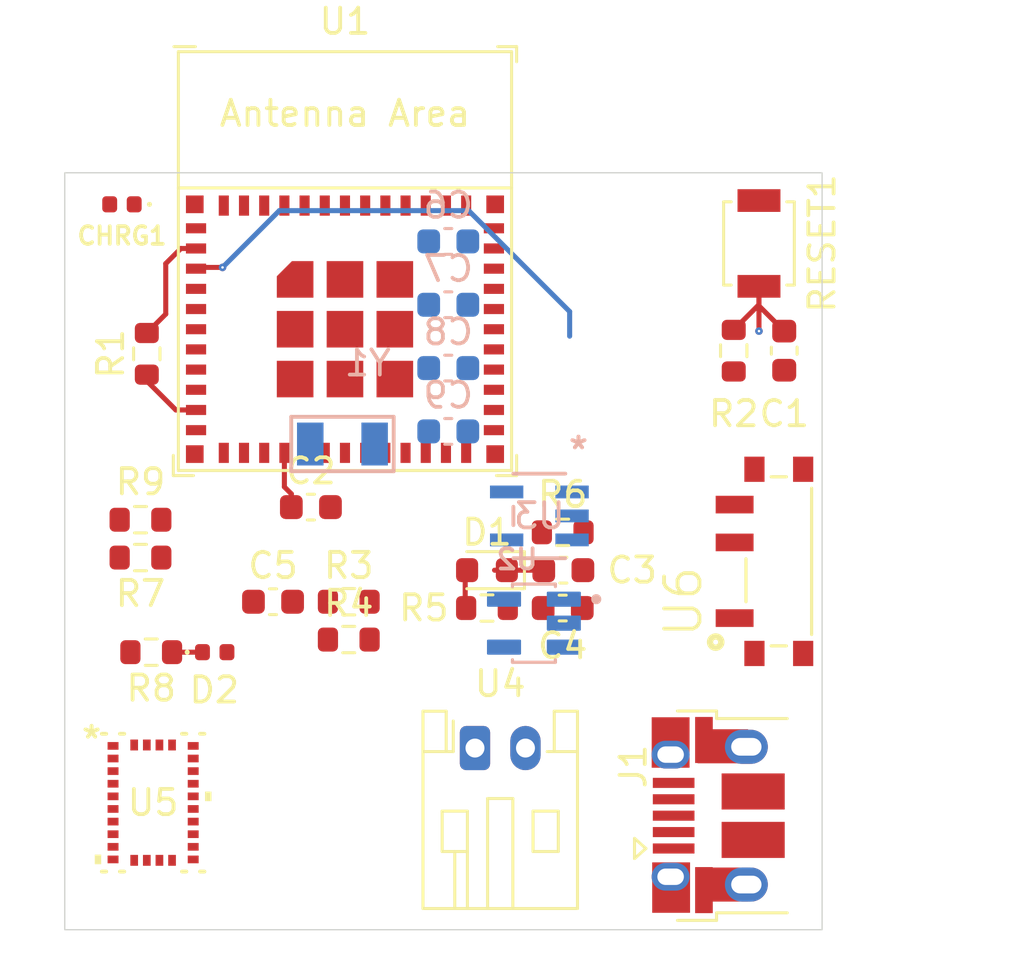
<source format=kicad_pcb>
(kicad_pcb (version 20240108) (generator "pcbnew") (generator_version "8.0")
  (layers (0 "F.Cu" signal) (31 "B.Cu" signal) (34 "B.Paste" user) (35 "F.Paste" user) (36 "B.SilkS" user "B.Silkscreen") (37 "F.SilkS" user "F.Silkscreen") (38 "B.Mask" user) (39 "F.Mask" user) (44 "Edge.Cuts" user))
  (net 0 "")
  (net 1 "GND")
  (net 2 "VBAT")
  (net 3 "/ESP32-C6FH4/ESP_EN")
  (net 4 "/ESP32-C6FH4/IO9{slash}BOOT")
  (net 5 "VBUS")
  (net 6 "Net-(D2-K)")
  (net 7 "3.3V")
  (net 8 "Net-(CHRG1-K)")
  (net 10 "Net-(U3-PROG)")
  (net 11 "Net-(U3-STAT)")
  (net 12 "/ESP32-C6FH4/IO8")
  (net 16 "/ESP32-C6FH4/IO19{slash}SCK")
  (net 17 "/ESP32-C6FH4/IO10")
  (net 18 "/ESP32-C6FH4/IO0")
  (net 19 "/ESP32-C6FH4/IO3")
  (net 20 "/ESP32-C6FH4/IO15{slash}LP")
  (net 21 "/ESP32-C6FH4/IO5")
  (net 22 "/ESP32-C6FH4/IO16{slash}TX")
  (net 23 "/ESP32-C6FH4/IO20{slash}PICO")
  (net 24 "/ESP32-C6FH4/IO23{slash}STAT")
  (net 25 "/ESP32-C6FH4/IO4")
  (net 26 "/ESP32-C6FH4/IO7{slash}SCL")
  (net 27 "/ESP32-C6FH4/IO11{slash}~{ALRT}")
  (net 28 "/ESP32-C6FH4/IO6{slash}SDA")
  (net 29 "/ESP32-C6FH4/IO1")
  (net 30 "/ESP32-C6FH4/IO17{slash}RX")
  (net 31 "/ESP32-C6FH4/IO18{slash}~{CS}")
  (net 32 "/ESP32-C6FH4/IO21{slash}POCI")
  (net 33 "/ESP32-C6FH4/IO22{slash}~{SD_DET}")
  (net 34 "/ESP32-C6FH4/IO2")
  (net 35 "D+ P")
  (net 37 "Net-(U5-CAP)")
  (net 38 "D- N")
  (net 40 "Net-(U5-XOUT32{slash}CLKSEL1)")
  (net 43 "Net-(U5-XIN32)")
  (net 46 "BNO_CS")
  (net 48 "BNO_SCL")
  (net 49 "BNO_RST")
  (net 51 "BNO_SDA")
  (net 52 "BNO_MOSI")
  (net 62 "+3.3V")
  (footprint "Diode_SMD:D_0603_1608Metric" (layer "F.Cu") (at 117.375 105.1 180)
    (property "Reference" "D1" (at 0 1.5 180) (layer "F.SilkS"))
    (property "Value" "D")
    (fp_line (start 0.8 -0.735) (end -1.485 -0.735) (stroke (width 0.12)) (layer "F.SilkS"))
    (fp_line (start -1.485 0.735) (end 0.8 0.735) (stroke (width 0.12)) (layer "F.SilkS"))
    (fp_line (start -1.485 -0.735) (end -1.485 0.735) (stroke (width 0.12)) (layer "F.SilkS"))
    (pad "1" smd roundrect (at -0.7875 0 180) (size 0.875 0.95) (layers "F.Cu" "F.Paste" "F.Mask") (net 2 "VBAT"))
    (pad "2" smd roundrect (at 0.7875 0 180) (size 0.875 0.95) (layers "F.Cu" "F.Paste" "F.Mask") (net 5 "VBUS"))
  )
  (footprint "Capacitor_SMD:C_0603_1608Metric" (layer "F.Cu") (at 129.15 96.4 -90)
    (property "Reference" "C1" (at 2.5 0 180) (layer "F.SilkS"))
    (property "Value" "0.1UF-0603-25V-(+80/-20%)")
    (fp_line (start -0.14058 0.51) (end 0.14058 0.51) (stroke (width 0.12)) (layer "F.SilkS"))
    (fp_line (start -0.14058 -0.51) (end 0.14058 -0.51) (stroke (width 0.12)) (layer "F.SilkS"))
    (pad "1" smd roundrect (at -0.775 0 270) (size 0.9 0.95) (layers "F.Cu" "F.Paste" "F.Mask") (net 3 "/ESP32-C6FH4/ESP_EN"))
    (pad "2" smd roundrect (at 0.775 0 270) (size 0.9 0.95) (layers "F.Cu" "F.Paste" "F.Mask") (net 1 "GND"))
  )
  (footprint "Resistor_SMD:R_0603_1608Metric" (layer "F.Cu") (at 127.15 96.4 -90)
    (property "Reference" "R2" (at 2.5 0 180) (layer "F.SilkS"))
    (property "Value" "100KOHM-0603-1/10W-1%")
    (fp_line (start -0.237258 0.5225) (end 0.237258 0.5225) (stroke (width 0.12)) (layer "F.SilkS"))
    (fp_line (start -0.237258 -0.5225) (end 0.237258 -0.5225) (stroke (width 0.12)) (layer "F.SilkS"))
    (pad "1" smd roundrect (at -0.825 0 270) (size 0.8 0.95) (layers "F.Cu" "F.Paste" "F.Mask") (net 3 "/ESP32-C6FH4/ESP_EN"))
    (pad "2" smd roundrect (at 0.825 0 270) (size 0.8 0.95) (layers "F.Cu" "F.Paste" "F.Mask") (net 7 "3.3V"))
  )
  (footprint "Connector_USB:USB_Micro-B_Amphenol_10103594-0001LF_Horizontal" (layer "F.Cu") (at 126.535 114.805 90)
    (property "Reference" "J1" (at 1.925 -3.365 -90) (layer "F.SilkS"))
    (property "Value" "USB_B_Micro")
    (fp_line (start -0.925 -3.315) (end -1.325 -2.865) (stroke (width 0.12)) (layer "F.SilkS"))
    (fp_line (start -1.725 -3.315) (end -0.925 -3.315) (stroke (width 0.12)) (layer "F.SilkS"))
    (fp_line (start -1.325 -2.865) (end -1.725 -3.315) (stroke (width 0.12)) (layer "F.SilkS"))
    (fp_line (start 4.125 -0.065) (end 4.125 -1.615) (stroke (width 0.12)) (layer "F.SilkS"))
    (fp_line (start 3.825 -0.065) (end 4.125 -0.065) (stroke (width 0.12)) (layer "F.SilkS"))
    (fp_line (start -4.175 -0.065) (end -4.175 -1.615) (stroke (width 0.12)) (layer "F.SilkS"))
    (fp_line (start -4.175 -0.065) (end -3.875 -0.065) (stroke (width 0.12)) (layer "F.SilkS"))
    (fp_line (start 3.825 2.735) (end 3.825 -0.065) (stroke (width 0.12)) (layer "F.SilkS"))
    (fp_line (start -3.875 2.735) (end -3.875 -0.065) (stroke (width 0.12)) (layer "F.SilkS"))
    (pad "1" smd rect (at -1.325 -1.765 180) (size 1.65 0.4) (layers "F.Cu" "F.Paste" "F.Mask") (net 5 "VBUS"))
    (pad "2" smd rect (at -0.675 -1.765 180) (size 1.65 0.4) (layers "F.Cu" "F.Paste" "F.Mask") (net 35 "D+ P"))
    (pad "3" smd rect (at -0.025 -1.765 180) (size 1.65 0.4) (layers "F.Cu" "F.Paste" "F.Mask") (net 38 "D- N"))
    (pad "4" smd rect (at 0.625 -1.765 180) (size 1.65 0.4) (layers "F.Cu" "F.Paste" "F.Mask"))
    (pad "5" smd rect (at 1.275 -1.765 180) (size 1.65 0.4) (layers "F.Cu" "F.Paste" "F.Mask") (net 1 "GND"))
    (pad "6" smd rect (at -2.975 -0.565 90) (size 1.825 0.7) (layers "F.Cu" "F.Paste" "F.Mask") (net 1 "GND"))
    (pad "6" smd rect (at -2.875 -1.865 90) (size 2 1.5) (layers "F.Cu" "F.Paste" "F.Mask") (net 1 "GND"))
    (pad "6" smd rect (at -2.755 0.185 90) (size 1.35 2) (layers "F.Cu" "F.Paste" "F.Mask") (net 1 "GND"))
    (pad "6" thru_hole oval (at -2.755 1.115 180) (size 1.7 1.35) (drill oval 1.2 0.7) (layers "*.Cu" "*.Mask") (net 1 "GND"))
    (pad "6" thru_hole oval (at -2.445 -1.885 180) (size 1.5 1.1) (drill oval 1.05 0.65) (layers "*.Cu" "*.Mask") (net 1 "GND"))
    (pad "6" smd rect (at -0.985 1.385 180) (size 2.5 1.43) (layers "F.Cu" "F.Paste" "F.Mask") (net 1 "GND"))
    (pad "6" smd rect (at 0.935 1.385 180) (size 2.5 1.43) (layers "F.Cu" "F.Paste" "F.Mask") (net 1 "GND"))
    (pad "6" thru_hole oval (at 2.395 -1.885 180) (size 1.5 1.1) (drill oval 1.05 0.65) (layers "*.Cu" "*.Mask") (net 1 "GND"))
    (pad "6" thru_hole oval (at 2.705 1.115 180) (size 1.7 1.35) (drill oval 1.2 0.7) (layers "*.Cu" "*.Mask") (net 1 "GND"))
    (pad "6" smd rect (at 2.725 0.185 90) (size 1.35 2) (layers "F.Cu" "F.Paste" "F.Mask") (net 1 "GND"))
    (pad "6" smd rect (at 2.875 -1.885 90) (size 2 1.5) (layers "F.Cu" "F.Paste" "F.Mask") (net 1 "GND"))
    (pad "6" smd rect (at 2.975 -0.565 90) (size 1.825 0.7) (layers "F.Cu" "F.Paste" "F.Mask") (net 1 "GND"))
  )
  (footprint "Resistor_SMD:R_0603_1608Metric" (layer "F.Cu") (at 111.9 107.85)
    (property "Reference" "R4" (at 0 -1.43 0) (layer "F.SilkS"))
    (property "Value" "5.1k")
    (fp_line (start -0.237258 -0.5225) (end 0.237258 -0.5225) (stroke (width 0.12)) (layer "F.SilkS"))
    (fp_line (start -0.237258 0.5225) (end 0.237258 0.5225) (stroke (width 0.12)) (layer "F.SilkS"))
    (pad "1" smd roundrect (at -0.825 0) (size 0.8 0.95) (layers "F.Cu" "F.Paste" "F.Mask") (net 1 "GND"))
    (pad "2" smd roundrect (at 0.825 0) (size 0.8 0.95) (layers "F.Cu" "F.Paste" "F.Mask"))
  )
  (footprint "LED_SMD:LED_0402_1005Metric" (layer "F.Cu") (at 106.59 108.35)
    (property "Reference" "D2" (at -0.015 1.5 0) (layer "F.SilkS"))
    (property "Value" "LED")
    (fp_circle (center -1.09 0) (end -1.04 0) (stroke (width 0.1)) (fill none) (layer "F.SilkS"))
    (pad "1" smd roundrect (at -0.485 0) (size 0.59 0.64) (layers "F.Cu" "F.Paste" "F.Mask") (net 6 "Net-(D2-K)"))
    (pad "2" smd roundrect (at 0.485 0) (size 0.59 0.64) (layers "F.Cu" "F.Paste" "F.Mask"))
  )
  (footprint "Capacitor_SMD:C_0603_1608Metric" (layer "F.Cu") (at 108.9 106.35)
    (property "Reference" "C5" (at 0 -1.43 0) (layer "F.SilkS"))
    (property "Value" "10uF")
    (fp_line (start -0.14058 -0.51) (end 0.14058 -0.51) (stroke (width 0.12)) (layer "F.SilkS"))
    (fp_line (start -0.14058 0.51) (end 0.14058 0.51) (stroke (width 0.12)) (layer "F.SilkS"))
    (pad "1" smd roundrect (at -0.775 0) (size 0.9 0.95) (layers "F.Cu" "F.Paste" "F.Mask") (net 1 "GND"))
    (pad "2" smd roundrect (at 0.775 0) (size 0.9 0.95) (layers "F.Cu" "F.Paste" "F.Mask") (net 2 "VBAT"))
  )
  (footprint "Resistor_SMD:R_0603_1608Metric" (layer "F.Cu") (at 103.65 104.6 180)
    (property "Reference" "R7" (at 0 -1.43 180) (layer "F.SilkS"))
    (property "Value" "100K")
    (fp_line (start -0.237258 0.5225) (end 0.237258 0.5225) (stroke (width 0.12)) (layer "F.SilkS"))
    (fp_line (start -0.237258 -0.5225) (end 0.237258 -0.5225) (stroke (width 0.12)) (layer "F.SilkS"))
    (pad "1" smd roundrect (at -0.825 0 180) (size 0.8 0.95) (layers "F.Cu" "F.Paste" "F.Mask") (net 5 "VBUS"))
    (pad "2" smd roundrect (at 0.825 0 180) (size 0.8 0.95) (layers "F.Cu" "F.Paste" "F.Mask") (net 1 "GND"))
  )
  (footprint "uSlime-libs:LGA28_5.2X3.8_CEV" (layer "F.Cu") (at 104.15 114.314)
    (property "Reference" "U5" (at 0 0 0) (layer "F.SilkS"))
    (property "Value" "BNO085")
    (fp_line (start -2.032 2.7305) (end -1.858778 2.7305) (stroke (width 0.1524)) (layer "F.SilkS"))
    (fp_line (start -1.858778 -2.7305) (end -2.032 -2.7305) (stroke (width 0.1524)) (layer "F.SilkS"))
    (fp_line (start -1.316222 2.7305) (end -1.144182 2.7305) (stroke (width 0.1524)) (layer "F.SilkS"))
    (fp_line (start -1.144182 -2.7305) (end -1.316222 -2.7305) (stroke (width 0.1524)) (layer "F.SilkS"))
    (fp_line (start 1.144182 2.7305) (end 1.316222 2.7305) (stroke (width 0.1524)) (layer "F.SilkS"))
    (fp_line (start 1.316222 -2.7305) (end 1.144182 -2.7305) (stroke (width 0.1524)) (layer "F.SilkS"))
    (fp_line (start 1.858778 2.7305) (end 2.032 2.7305) (stroke (width 0.1524)) (layer "F.SilkS"))
    (fp_line (start 2.032 -2.7305) (end 1.858778 -2.7305) (stroke (width 0.1524)) (layer "F.SilkS"))
    (fp_poly (pts (xy -2.3114 2.059501) (xy -2.3114 2.440501) (xy -2.0574 2.440501) (xy -2.0574 2.059501)) (fill solid) (layer "F.SilkS"))
    (fp_poly (pts (xy 2.3114 -0.4405) (xy 2.3114 -0.059499) (xy 2.0574 -0.059499) (xy 2.0574 -0.4405)) (fill solid) (layer "F.SilkS"))
    (fp_text user "*" (at -2.4384 -2.5 360) (layer "F.SilkS"))
    (fp_text user "*" (at -2.4384 -2.5 0) (layer "F.SilkS"))
    (pad "1" smd rect (at -1.5875 -2.250001 90) (size 0.3048 0.4318) (layers "F.Cu" "F.Paste" "F.Mask"))
    (pad "2" smd rect (at -1.5875 -1.749999 90) (size 0.3048 0.4318) (layers "F.Cu" "F.Paste" "F.Mask") (net 1 "GND"))
    (pad "3" smd rect (at -1.5875 -1.25 90) (size 0.3048 0.4318) (layers "F.Cu" "F.Paste" "F.Mask") (net 62 "+3.3V"))
    (pad "4" smd rect (at -1.5875 -0.750001 90) (size 0.3048 0.4318) (layers "F.Cu" "F.Paste" "F.Mask"))
    (pad "5" smd rect (at -1.5875 -0.25 90) (size 0.3048 0.4318) (layers "F.Cu" "F.Paste" "F.Mask"))
    (pad "6" smd rect (at -1.5875 0.25 90) (size 0.3048 0.4318) (layers "F.Cu" "F.Paste" "F.Mask"))
    (pad "7" smd rect (at -1.5875 0.750001 90) (size 0.3048 0.4318) (layers "F.Cu" "F.Paste" "F.Mask"))
    (pad "8" smd rect (at -1.5875 1.25 90) (size 0.3048 0.4318) (layers "F.Cu" "F.Paste" "F.Mask"))
    (pad "9" smd rect (at -1.5875 1.749999 90) (size 0.3048 0.4318) (layers "F.Cu" "F.Paste" "F.Mask") (net 37 "Net-(U5-CAP)"))
    (pad "10" smd rect (at -1.5875 2.250001 90) (size 0.3048 0.4318) (layers "F.Cu" "F.Paste" "F.Mask") (net 1 "GND"))
    (pad "11" smd rect (at -0.750001 2.286) (size 0.3048 0.4318) (layers "F.Cu" "F.Paste" "F.Mask") (net 49 "BNO_RST"))
    (pad "12" smd rect (at -0.25 2.286) (size 0.3048 0.4318) (layers "F.Cu" "F.Paste" "F.Mask"))
    (pad "13" smd rect (at 0.25 2.286) (size 0.3048 0.4318) (layers "F.Cu" "F.Paste" "F.Mask"))
    (pad "14" smd rect (at 0.750001 2.286) (size 0.3048 0.4318) (layers "F.Cu" "F.Paste" "F.Mask"))
    (pad "15" smd rect (at 1.5875 2.250001 90) (size 0.3048 0.4318) (layers "F.Cu" "F.Paste" "F.Mask"))
    (pad "16" smd rect (at 1.5875 1.749999 90) (size 0.3048 0.4318) (layers "F.Cu" "F.Paste" "F.Mask"))
    (pad "17" smd rect (at 1.5875 1.25 90) (size 0.3048 0.4318) (layers "F.Cu" "F.Paste" "F.Mask") (net 52 "BNO_MOSI"))
    (pad "18" smd rect (at 1.5875 0.750001 90) (size 0.3048 0.4318) (layers "F.Cu" "F.Paste" "F.Mask") (net 46 "BNO_CS"))
    (pad "19" smd rect (at 1.5875 0.25 90) (size 0.3048 0.4318) (layers "F.Cu" "F.Paste" "F.Mask") (net 48 "BNO_SCL"))
    (pad "20" smd rect (at 1.5875 -0.25 90) (size 0.3048 0.4318) (layers "F.Cu" "F.Paste" "F.Mask") (net 51 "BNO_SDA"))
    (pad "21" smd rect (at 1.5875 -0.750001 90) (size 0.3048 0.4318) (layers "F.Cu" "F.Paste" "F.Mask"))
    (pad "22" smd rect (at 1.5875 -1.25 90) (size 0.3048 0.4318) (layers "F.Cu" "F.Paste" "F.Mask"))
    (pad "23" smd rect (at 1.5875 -1.749999 90) (size 0.3048 0.4318) (layers "F.Cu" "F.Paste" "F.Mask"))
    (pad "24" smd rect (at 1.5875 -2.250001 90) (size 0.3048 0.4318) (layers "F.Cu" "F.Paste" "F.Mask"))
    (pad "25" smd rect (at 0.750001 -2.286) (size 0.3048 0.4318) (layers "F.Cu" "F.Paste" "F.Mask") (net 1 "GND"))
    (pad "26" smd rect (at 0.25 -2.286) (size 0.3048 0.4318) (layers "F.Cu" "F.Paste" "F.Mask") (net 40 "Net-(U5-XOUT32{slash}CLKSEL1)"))
    (pad "27" smd rect (at -0.25 -2.286) (size 0.3048 0.4318) (layers "F.Cu" "F.Paste" "F.Mask") (net 43 "Net-(U5-XIN32)"))
    (pad "28" smd rect (at -0.750001 -2.286) (size 0.3048 0.4318) (layers "F.Cu" "F.Paste" "F.Mask") (net 62 "+3.3V"))
  )
  (footprint "Resistor_SMD:R_0603_1608Metric" (layer "F.Cu") (at 111.9 106.35)
    (property "Reference" "R3" (at 0 -1.43 0) (layer "F.SilkS"))
    (property "Value" "5.1k")
    (fp_line (start -0.237258 -0.5225) (end 0.237258 -0.5225) (stroke (width 0.12)) (layer "F.SilkS"))
    (fp_line (start -0.237258 0.5225) (end 0.237258 0.5225) (stroke (width 0.12)) (layer "F.SilkS"))
    (pad "1" smd roundrect (at -0.825 0) (size 0.8 0.95) (layers "F.Cu" "F.Paste" "F.Mask") (net 1 "GND"))
    (pad "2" smd roundrect (at 0.825 0) (size 0.8 0.95) (layers "F.Cu" "F.Paste" "F.Mask"))
  )
  (footprint "Resistor_SMD:R_0603_1608Metric" (layer "F.Cu") (at 103.65 103.1 180)
    (property "Reference" "R9" (at 0 1.5 180) (layer "F.SilkS"))
    (property "Value" "4.7k")
    (fp_line (start -0.237258 0.5225) (end 0.237258 0.5225) (stroke (width 0.12)) (layer "F.SilkS"))
    (fp_line (start -0.237258 -0.5225) (end 0.237258 -0.5225) (stroke (width 0.12)) (layer "F.SilkS"))
    (pad "1" smd roundrect (at -0.825 0 180) (size 0.8 0.95) (layers "F.Cu" "F.Paste" "F.Mask") (net 1 "GND"))
    (pad "2" smd roundrect (at 0.825 0 180) (size 0.8 0.95) (layers "F.Cu" "F.Paste" "F.Mask"))
  )
  (footprint "Capacitor_SMD:C_0603_1608Metric" (layer "F.Cu") (at 120.4 105.1)
    (property "Reference" "C3" (at 2.725 0 0) (layer "F.SilkS"))
    (property "Value" "10uF")
    (fp_line (start -0.14058 -0.51) (end 0.14058 -0.51) (stroke (width 0.12)) (layer "F.SilkS"))
    (fp_line (start -0.14058 0.51) (end 0.14058 0.51) (stroke (width 0.12)) (layer "F.SilkS"))
    (pad "1" smd roundrect (at -0.775 0) (size 0.9 0.95) (layers "F.Cu" "F.Paste" "F.Mask") (net 2 "VBAT"))
    (pad "2" smd roundrect (at 0.775 0) (size 0.9 0.95) (layers "F.Cu" "F.Paste" "F.Mask") (net 1 "GND"))
  )
  (footprint "Resistor_SMD:R_0603_1608Metric" (layer "F.Cu") (at 104.075 108.35 180)
    (property "Reference" "R8" (at 0 -1.43 180) (layer "F.SilkS"))
    (property "Value" "1k")
    (fp_line (start -0.237258 0.5225) (end 0.237258 0.5225) (stroke (width 0.12)) (layer "F.SilkS"))
    (fp_line (start -0.237258 -0.5225) (end 0.237258 -0.5225) (stroke (width 0.12)) (layer "F.SilkS"))
    (pad "1" smd roundrect (at -0.825 0 180) (size 0.8 0.95) (layers "F.Cu" "F.Paste" "F.Mask") (net 8 "Net-(CHRG1-K)"))
    (pad "2" smd roundrect (at 0.825 0 180) (size 0.8 0.95) (layers "F.Cu" "F.Paste" "F.Mask") (net 11 "Net-(U3-STAT)"))
  )
  (footprint "Resistor_SMD:R_0603_1608Metric" (layer "F.Cu") (at 117.375 106.6)
    (property "Reference" "R5" (at -2.5 0 0) (layer "F.SilkS"))
    (property "Value" "390")
    (fp_line (start -0.237258 -0.5225) (end 0.237258 -0.5225) (stroke (width 0.12)) (layer "F.SilkS"))
    (fp_line (start -0.237258 0.5225) (end 0.237258 0.5225) (stroke (width 0.12)) (layer "F.SilkS"))
    (pad "1" smd roundrect (at -0.825 0) (size 0.8 0.95) (layers "F.Cu" "F.Paste" "F.Mask") (net 5 "VBUS"))
    (pad "2" smd roundrect (at 0.825 0) (size 0.8 0.95) (layers "F.Cu" "F.Paste" "F.Mask") (net 1 "GND"))
  )
  (footprint "Resistor_SMD:R_0603_1608Metric" (layer "F.Cu") (at 120.375 103.6)
    (property "Reference" "R6" (at 0 -1.5 0) (layer "F.SilkS"))
    (property "Value" "10K")
    (fp_line (start -0.237258 -0.5225) (end 0.237258 -0.5225) (stroke (width 0.12)) (layer "F.SilkS"))
    (fp_line (start -0.237258 0.5225) (end 0.237258 0.5225) (stroke (width 0.12)) (layer "F.SilkS"))
    (pad "1" smd roundrect (at -0.825 0) (size 0.8 0.95) (layers "F.Cu" "F.Paste" "F.Mask") (net 2 "VBAT"))
    (pad "2" smd roundrect (at 0.825 0) (size 0.8 0.95) (layers "F.Cu" "F.Paste" "F.Mask") (net 1 "GND"))
  )
  (footprint "Connector_JST:JST_PH_S2B-PH-K_1x02_P2.00mm_Horizontal" (layer "F.Cu") (at 116.9 112.15)
    (property "Reference" "U4" (at 1 -2.55 0) (layer "F.SilkS"))
    (property "Value" "S2B-PH-K-S-GW")
    (fp_line (start -2.06 -1.46) (end -2.06 6.36) (stroke (width 0.12)) (layer "F.SilkS"))
    (fp_line (start -2.06 0.14) (end -1.14 0.14) (stroke (width 0.12)) (layer "F.SilkS"))
    (fp_line (start -2.06 6.36) (end 4.06 6.36) (stroke (width 0.12)) (layer "F.SilkS"))
    (fp_line (start -1.3 2.5) (end -1.3 4.1) (stroke (width 0.12)) (layer "F.SilkS"))
    (fp_line (start -1.3 4.1) (end -0.3 4.1) (stroke (width 0.12)) (layer "F.SilkS"))
    (fp_line (start -1.14 -1.46) (end -2.06 -1.46) (stroke (width 0.12)) (layer "F.SilkS"))
    (fp_line (start -1.14 0.14) (end -1.14 -1.46) (stroke (width 0.12)) (layer "F.SilkS"))
    (fp_line (start -0.86 0.14) (end -1.14 0.14) (stroke (width 0.12)) (layer "F.SilkS"))
    (fp_line (start -0.86 0.14) (end -0.86 -1.075) (stroke (width 0.12)) (layer "F.SilkS"))
    (fp_line (start -0.8 4.1) (end -0.8 6.36) (stroke (width 0.12)) (layer "F.SilkS"))
    (fp_line (start -0.3 2.5) (end -1.3 2.5) (stroke (width 0.12)) (layer "F.SilkS"))
    (fp_line (start -0.3 4.1) (end -0.3 2.5) (stroke (width 0.12)) (layer "F.SilkS"))
    (fp_line (start -0.3 4.1) (end -0.3 6.36) (stroke (width 0.12)) (layer "F.SilkS"))
    (fp_line (start 0.5 2) (end 1.5 2) (stroke (width 0.12)) (layer "F.SilkS"))
    (fp_line (start 0.5 6.36) (end 0.5 2) (stroke (width 0.12)) (layer "F.SilkS"))
    (fp_line (start 1.5 2) (end 1.5 6.36) (stroke (width 0.12)) (layer "F.SilkS"))
    (fp_line (start 2.3 2.5) (end 3.3 2.5) (stroke (width 0.12)) (layer "F.SilkS"))
    (fp_line (start 2.3 4.1) (end 2.3 2.5) (stroke (width 0.12)) (layer "F.SilkS"))
    (fp_line (start 3.14 -1.46) (end 3.14 0.14) (stroke (width 0.12)) (layer "F.SilkS"))
    (fp_line (start 3.14 0.14) (end 2.86 0.14) (stroke (width 0.12)) (layer "F.SilkS"))
    (fp_line (start 3.3 2.5) (end 3.3 4.1) (stroke (width 0.12)) (layer "F.SilkS"))
    (fp_line (start 3.3 4.1) (end 2.3 4.1) (stroke (width 0.12)) (layer "F.SilkS"))
    (fp_line (start 4.06 -1.46) (end 3.14 -1.46) (stroke (width 0.12)) (layer "F.SilkS"))
    (fp_line (start 4.06 0.14) (end 3.14 0.14) (stroke (width 0.12)) (layer "F.SilkS"))
    (fp_line (start 4.06 6.36) (end 4.06 -1.46) (stroke (width 0.12)) (layer "F.SilkS"))
    (pad "1" thru_hole roundrect (at 0 0) (size 1.2 1.75) (drill 0.75) (layers "*.Cu" "*.Mask") (roundrect_rratio 0.208333) (net 2 "VBAT"))
    (pad "2" thru_hole oval (at 2 0) (size 1.2 1.75) (drill 0.75) (layers "*.Cu" "*.Mask") (net 1 "GND"))
  )
  (footprint "PCM_Espressif:ESP32-C6-MINI-1" (layer "F.Cu") (at 111.75 92.85)
    (property "Reference" "U1" (at 0 -9.5 0) (layer "F.SilkS"))
    (property "Value" "ESP32-C6-WROOM-1-NARROW")
    (fp_line (start -6.8 7.7) (end -6.8 8.5) (stroke (width 0.12)) (layer "F.SilkS"))
    (fp_line (start -6.8 8.5) (end -6 8.5) (stroke (width 0.12)) (layer "F.SilkS"))
    (fp_line (start -6.6 -8.3) (end 6.6 -8.3) (stroke (width 0.12)) (layer "F.SilkS"))
    (fp_line (start -6.6 -2.9) (end 6.6 -2.9) (stroke (width 0.12)) (layer "F.SilkS"))
    (fp_line (start -6.6 8.3) (end -6.6 -8.3) (stroke (width 0.12)) (layer "F.SilkS"))
    (fp_line (start -5.925 -8.5) (end -6.775 -8.5) (stroke (width 0.12)) (layer "F.SilkS"))
    (fp_line (start 6.05 -8.5) (end 6.8 -8.5) (stroke (width 0.12)) (layer "F.SilkS"))
    (fp_line (start 6.6 -8.3) (end 6.6 8.3) (stroke (width 0.12)) (layer "F.SilkS"))
    (fp_line (start 6.6 8.3) (end -6.6 8.3) (stroke (width 0.12)) (layer "F.SilkS"))
    (fp_line (start 6.8 -8.5) (end 6.8 -7.9) (stroke (width 0.12)) (layer "F.SilkS"))
    (fp_line (start 6.8 7.7) (end 6.8 8.5) (stroke (width 0.12)) (layer "F.SilkS"))
    (fp_line (start 6.8 8.5) (end 6 8.5) (stroke (width 0.12)) (layer "F.SilkS"))
    (fp_text user "Antenna Area" (at 0 -5.85 0) (layer "F.SilkS"))
    (pad "1" smd rect (at -5.9 -1.3 90) (size 0.4 0.8) (layers "F.Cu" "F.Paste" "F.Mask") (net 1 "GND"))
    (pad "2" smd rect (at -5.9 -0.5 90) (size 0.4 0.8) (layers "F.Cu" "F.Paste" "F.Mask") (net 62 "+3.3V"))
    (pad "3" smd rect (at -5.9 0.3 90) (size 0.4 0.8) (layers "F.Cu" "F.Paste" "F.Mask") (net 3 "/ESP32-C6FH4/ESP_EN"))
    (pad "4" smd rect (at -5.9 1.1 90) (size 0.4 0.8) (layers "F.Cu" "F.Paste" "F.Mask") (net 25 "/ESP32-C6FH4/IO4"))
    (pad "5" smd rect (at -5.9 1.9 90) (size 0.4 0.8) (layers "F.Cu" "F.Paste" "F.Mask") (net 21 "/ESP32-C6FH4/IO5"))
    (pad "6" smd rect (at -5.9 2.7 90) (size 0.4 0.8) (layers "F.Cu" "F.Paste" "F.Mask") (net 28 "/ESP32-C6FH4/IO6{slash}SDA"))
    (pad "7" smd rect (at -5.9 3.5 90) (size 0.4 0.8) (layers "F.Cu" "F.Paste" "F.Mask") (net 26 "/ESP32-C6FH4/IO7{slash}SCL"))
    (pad "8" smd rect (at -5.9 4.3 90) (size 0.4 0.8) (layers "F.Cu" "F.Paste" "F.Mask") (net 18 "/ESP32-C6FH4/IO0"))
    (pad "9" smd rect (at -5.9 5.1 90) (size 0.4 0.8) (layers "F.Cu" "F.Paste" "F.Mask") (net 29 "/ESP32-C6FH4/IO1"))
    (pad "10" smd rect (at -5.9 5.9 90) (size 0.4 0.8) (layers "F.Cu" "F.Paste" "F.Mask") (net 12 "/ESP32-C6FH4/IO8"))
    (pad "11" smd rect (at -5.9 6.7 90) (size 0.4 0.8) (layers "F.Cu" "F.Paste" "F.Mask") (net 17 "/ESP32-C6FH4/IO10"))
    (pad "12" smd rect (at -4.8 7.6) (size 0.4 0.8) (layers "F.Cu" "F.Paste" "F.Mask") (net 27 "/ESP32-C6FH4/IO11{slash}~{ALRT}"))
    (pad "13" smd rect (at -4 7.6) (size 0.4 0.8) (layers "F.Cu" "F.Paste" "F.Mask") (net 38 "D- N"))
    (pad "14" smd rect (at -3.2 7.6) (size 0.4 0.8) (layers "F.Cu" "F.Paste" "F.Mask") (net 35 "D+ P"))
    (pad "15" smd rect (at -2.4 7.6) (size 0.4 0.8) (layers "F.Cu" "F.Paste" "F.Mask") (net 4 "/ESP32-C6FH4/IO9{slash}BOOT"))
    (pad "16" smd rect (at -1.6 7.6) (size 0.4 0.8) (layers "F.Cu" "F.Paste" "F.Mask") (net 31 "/ESP32-C6FH4/IO18{slash}~{CS}"))
    (pad "17" smd rect (at -0.8 7.6) (size 0.4 0.8) (layers "F.Cu" "F.Paste" "F.Mask") (net 16 "/ESP32-C6FH4/IO19{slash}SCK"))
    (pad "18" smd rect (at 0 7.6) (size 0.4 0.8) (layers "F.Cu" "F.Paste" "F.Mask") (net 23 "/ESP32-C6FH4/IO20{slash}PICO"))
    (pad "19" smd rect (at 0.8 7.6) (size 0.4 0.8) (layers "F.Cu" "F.Paste" "F.Mask") (net 32 "/ESP32-C6FH4/IO21{slash}POCI"))
    (pad "20" smd rect (at 1.6 7.6) (size 0.4 0.8) (layers "F.Cu" "F.Paste" "F.Mask") (net 33 "/ESP32-C6FH4/IO22{slash}~{SD_DET}"))
    (pad "21" smd rect (at 2.4 7.6) (size 0.4 0.8) (layers "F.Cu" "F.Paste" "F.Mask") (net 24 "/ESP32-C6FH4/IO23{slash}STAT"))
    (pad "22" smd rect (at 3.2 7.6) (size 0.4 0.8) (layers "F.Cu" "F.Paste" "F.Mask"))
    (pad "23" smd rect (at 4 7.6) (size 0.4 0.8) (layers "F.Cu" "F.Paste" "F.Mask") (net 20 "/ESP32-C6FH4/IO15{slash}LP"))
    (pad "24" smd rect (at 4.8 7.6) (size 0.4 0.8) (layers "F.Cu" "F.Paste" "F.Mask") (net 30 "/ESP32-C6FH4/IO17{slash}RX"))
    (pad "25" smd rect (at 5.9 6.7 90) (size 0.4 0.8) (layers "F.Cu" "F.Paste" "F.Mask") (net 22 "/ESP32-C6FH4/IO16{slash}TX"))
    (pad "26" smd rect (at 5.9 5.9 90) (size 0.4 0.8) (layers "F.Cu" "F.Paste" "F.Mask") (net 19 "/ESP32-C6FH4/IO3"))
    (pad "27" smd rect (at 5.9 5.1 90) (size 0.4 0.8) (layers "F.Cu" "F.Paste" "F.Mask") (net 34 "/ESP32-C6FH4/IO2"))
    (pad "28" smd rect (at 5.9 4.3 90) (size 0.4 0.8) (layers "F.Cu" "F.Paste" "F.Mask") (net 1 "GND"))
    (pad "29" smd rect (at 5.9 3.5 90) (size 0.4 0.8) (layers "F.Cu" "F.Paste" "F.Mask") (net 1 "GND"))
    (pad "30" smd rect (at 5.9 2.7 90) (size 0.4 0.8) (layers "F.Cu" "F.Paste" "F.Mask") (net 1 "GND"))
    (pad "31" smd rect (at 5.9 1.9 90) (size 0.4 0.8) (layers "F.Cu" "F.Paste" "F.Mask") (net 1 "GND"))
    (pad "32" smd rect (at 5.9 1.1 90) (size 0.4 0.8) (layers "F.Cu" "F.Paste" "F.Mask") (net 1 "GND"))
    (pad "33" smd rect (at 5.9 0.3 90) (size 0.4 0.8) (layers "F.Cu" "F.Paste" "F.Mask") (net 1 "GND"))
    (pad "34" smd rect (at 5.9 -0.5 90) (size 0.4 0.8) (layers "F.Cu" "F.Paste" "F.Mask") (net 1 "GND"))
    (pad "35" smd rect (at 5.9 -1.3 90) (size 0.4 0.8) (layers "F.Cu" "F.Paste" "F.Mask") (net 1 "GND"))
    (pad "36" smd rect (at 4.8 -2.2) (size 0.4 0.8) (layers "F.Cu" "F.Paste" "F.Mask") (net 1 "GND"))
    (pad "37" smd rect (at 4 -2.2) (size 0.4 0.8) (layers "F.Cu" "F.Paste" "F.Mask") (net 1 "GND"))
    (pad "38" smd rect (at 3.2 -2.2) (size 0.4 0.8) (layers "F.Cu" "F.Paste" "F.Mask"))
    (pad "39" smd rect (at 2.4 -2.2) (size 0.4 0.8) (layers "F.Cu" "F.Paste" "F.Mask"))
    (pad "40" smd rect (at 1.6 -2.2) (size 0.4 0.8) (layers "F.Cu" "F.Paste" "F.Mask"))
    (pad "41" smd rect (at 0.8 -2.2) (size 0.4 0.8) (layers "F.Cu" "F.Paste" "F.Mask"))
    (pad "42" smd rect (at 0 -2.2) (size 0.4 0.8) (layers "F.Cu" "F.Paste" "F.Mask"))
    (pad "43" smd rect (at -0.8 -2.2) (size 0.4 0.8) (layers "F.Cu" "F.Paste" "F.Mask"))
    (pad "44" smd rect (at -1.6 -2.2) (size 0.4 0.8) (layers "F.Cu" "F.Paste" "F.Mask"))
    (pad "45" smd rect (at -2.4 -2.2) (size 0.4 0.8) (layers "F.Cu" "F.Paste" "F.Mask"))
    (pad "46" smd rect (at -3.2 -2.2) (size 0.4 0.8) (layers "F.Cu" "F.Paste" "F.Mask"))
    (pad "47" smd rect (at -4 -2.2) (size 0.4 0.8) (layers "F.Cu" "F.Paste" "F.Mask"))
    (pad "48" smd rect (at -4.8 -2.2) (size 0.4 0.8) (layers "F.Cu" "F.Paste" "F.Mask"))
    (pad "49" smd custom (at -1.975 0.725) (size 0.8 0.8) (layers "F.Cu" "F.Paste" "F.Mask") (options (clearance outline) (anchor rect)) (primitives (gr_poly (pts (xy 0.725 0.725) (xy -0.725 0.725) (xy -0.725 -0.125) (xy -0.125 -0.725) (xy 0.725 -0.725)) (width 0) (fill yes))))
    (pad "49" smd rect (at -1.975 2.7 90) (size 1.45 1.45) (layers "F.Cu" "F.Paste" "F.Mask"))
    (pad "49" smd rect (at -1.975 4.675 90) (size 1.45 1.45) (layers "F.Cu" "F.Paste" "F.Mask"))
    (pad "49" smd rect (at 0 0.725 90) (size 1.45 1.45) (layers "F.Cu" "F.Paste" "F.Mask"))
    (pad "49" smd rect (at 0 2.7 90) (size 1.45 1.45) (layers "F.Cu" "F.Paste" "F.Mask"))
    (pad "49" smd rect (at 0 4.675 90) (size 1.45 1.45) (layers "F.Cu" "F.Paste" "F.Mask"))
    (pad "49" smd rect (at 1.975 0.725 90) (size 1.45 1.45) (layers "F.Cu" "F.Paste" "F.Mask"))
    (pad "49" smd rect (at 1.975 2.7 90) (size 1.45 1.45) (layers "F.Cu" "F.Paste" "F.Mask"))
    (pad "49" smd rect (at 1.975 4.675 90) (size 1.45 1.45) (layers "F.Cu" "F.Paste" "F.Mask"))
    (pad "50" smd rect (at 5.95 -2.25 90) (size 0.7 0.7) (layers "F.Cu" "F.Paste" "F.Mask"))
    (pad "51" smd rect (at 5.95 7.65 90) (size 0.7 0.7) (layers "F.Cu" "F.Paste" "F.Mask"))
    (pad "52" smd rect (at -5.95 7.65 90) (size 0.7 0.7) (layers "F.Cu" "F.Paste" "F.Mask"))
    (pad "53" smd rect (at -5.95 -2.25 90) (size 0.7 0.7) (layers "F.Cu" "F.Paste" "F.Mask"))
  )
  (footprint "Resistor_SMD:R_0603_1608Metric" (layer "F.Cu") (at 103.9 96.525 90)
    (property "Reference" "R1" (at 0 -1.43 -90) (layer "F.SilkS"))
    (property "Value" "100KOHM-0603-1/10W-1%")
    (fp_line (start -0.237258 -0.5225) (end 0.237258 -0.5225) (stroke (width 0.12)) (layer "F.SilkS"))
    (fp_line (start -0.237258 0.5225) (end 0.237258 0.5225) (stroke (width 0.12)) (layer "F.SilkS"))
    (pad "1" smd roundrect (at -0.825 0 90) (size 0.8 0.95) (layers "F.Cu" "F.Paste" "F.Mask") (net 12 "/ESP32-C6FH4/IO8"))
    (pad "2" smd roundrect (at 0.825 0 90) (size 0.8 0.95) (layers "F.Cu" "F.Paste" "F.Mask") (net 62 "+3.3V"))
  )
  (footprint "Capacitor_SMD:C_0603_1608Metric" (layer "F.Cu") (at 110.4 102.6)
    (property "Reference" "C2" (at 0 -1.43 0) (layer "F.SilkS"))
    (property "Value" "0.1UF-0603-25V-(+80/-20%)")
    (fp_line (start -0.14058 -0.51) (end 0.14058 -0.51) (stroke (width 0.12)) (layer "F.SilkS"))
    (fp_line (start -0.14058 0.51) (end 0.14058 0.51) (stroke (width 0.12)) (layer "F.SilkS"))
    (pad "1" smd roundrect (at -0.775 0) (size 0.9 0.95) (layers "F.Cu" "F.Paste" "F.Mask") (net 4 "/ESP32-C6FH4/IO9{slash}BOOT"))
    (pad "2" smd roundrect (at 0.775 0) (size 0.9 0.95) (layers "F.Cu" "F.Paste" "F.Mask") (net 1 "GND"))
  )
  (footprint "uSlime-libs:SW_PCM12SMTR" (layer "F.Cu") (at 128.935 104.75 90)
    (property "Reference" "U6" (at -1.6 -3.785 270) (layer "F.SilkS") (effects (font (size 1.4 1.4))))
    (property "Value" "MSK-12C02_SMD_SPDT_SWITCH")
    (fp_line (start -1.6 -1.3) (end 0.1 -1.3) (stroke (width 0.127)) (layer "F.SilkS"))
    (fp_line (start 3.35 -0.3) (end 3.35 0.3) (stroke (width 0.127)) (layer "F.SilkS"))
    (fp_line (start -3.35 0.3) (end -3.35 -0.3) (stroke (width 0.127)) (layer "F.SilkS"))
    (fp_line (start -2.9 1.3) (end 2.9 1.3) (stroke (width 0.127)) (layer "F.SilkS"))
    (fp_circle (center -3.2 -2.5) (end -3.1 -2.5) (stroke (width 0.25)) (fill none) (layer "F.SilkS"))
    (pad "" np_thru_hole circle (at -1.5 0 90) (size 0.9 0.9) (drill 0.9) (layers "*.Cu" "*.Mask"))
    (pad "" np_thru_hole circle (at 1.5 0 90) (size 0.9 0.9) (drill 0.9) (layers "*.Cu" "*.Mask"))
    (pad "COM" smd rect (at 0.75 -1.75 90) (size 0.7 1.5) (layers "F.Cu" "F.Paste" "F.Mask") (net 10 "Net-(U3-PROG)"))
    (pad "GND" smd rect (at -3.65 -0.965 90) (size 1 0.8) (layers "F.Cu" "F.Paste" "F.Mask") (net 1 "GND"))
    (pad "GND" smd rect (at -3.65 0.965 90) (size 1 0.8) (layers "F.Cu" "F.Paste" "F.Mask") (net 1 "GND"))
    (pad "GND" smd rect (at 3.65 -0.965 90) (size 1 0.8) (layers "F.Cu" "F.Paste" "F.Mask") (net 1 "GND"))
    (pad "GND" smd rect (at 3.65 0.965 90) (size 1 0.8) (layers "F.Cu" "F.Paste" "F.Mask") (net 1 "GND"))
    (pad "L1" smd rect (at 2.25 -1.75 90) (size 0.7 1.5) (layers "F.Cu" "F.Paste" "F.Mask"))
    (pad "L2" smd rect (at -2.25 -1.75 90) (size 0.7 1.5) (layers "F.Cu" "F.Paste" "F.Mask"))
  )
  (footprint "Button_Switch_SMD:SW_SPST_B3U-1000P-B" (layer "F.Cu") (at 128.15 92.15 -90)
    (property "Reference" "RESET1" (at 0 -2.5 90) (layer "F.SilkS"))
    (property "Value" "SW_Push")
    (fp_line (start -1.65 1.4) (end 1.65 1.4) (stroke (width 0.12)) (layer "F.SilkS"))
    (fp_line (start 1.65 1.4) (end 1.65 1.1) (stroke (width 0.12)) (layer "F.SilkS"))
    (fp_line (start -1.65 1.1) (end -1.65 1.4) (stroke (width 0.12)) (layer "F.SilkS"))
    (fp_line (start -1.65 -1.1) (end -1.65 -1.4) (stroke (width 0.12)) (layer "F.SilkS"))
    (fp_line (start -1.65 -1.4) (end 1.65 -1.4) (stroke (width 0.12)) (layer "F.SilkS"))
    (fp_line (start 1.65 -1.4) (end 1.65 -1.1) (stroke (width 0.12)) (layer "F.SilkS"))
    (pad "" np_thru_hole circle (at 0 0 270) (size 0.8 0.8) (drill 0.8) (layers "*.Cu" "*.Mask"))
    (pad "1" smd rect (at -1.7 0 270) (size 0.9 1.7) (layers "F.Cu" "F.Paste" "F.Mask") (net 1 "GND"))
    (pad "2" smd rect (at 1.7 0 270) (size 0.9 1.7) (layers "F.Cu" "F.Paste" "F.Mask") (net 3 "/ESP32-C6FH4/ESP_EN"))
  )
  (footprint "LED_SMD:LED_0402_1005Metric" (layer "F.Cu") (at 102.915 90.6 180)
    (property "Reference" "CHRG1" (at 0 -1.25 180) (layer "F.SilkS") (effects (font (size 0.7 0.7))))
    (property "Value" "LED")
    (fp_circle (center -1.09 0) (end -1.04 0) (stroke (width 0.1)) (fill none) (layer "F.SilkS"))
    (pad "1" smd roundrect (at -0.485 0 180) (size 0.59 0.64) (layers "F.Cu" "F.Paste" "F.Mask") (net 8 "Net-(CHRG1-K)"))
    (pad "2" smd roundrect (at 0.485 0 180) (size 0.59 0.64) (layers "F.Cu" "F.Paste" "F.Mask") (net 5 "VBUS"))
  )
  (footprint "Capacitor_SMD:C_0603_1608Metric" (layer "F.Cu") (at 120.375 106.6)
    (property "Reference" "C4" (at 0 1.5 0) (layer "F.SilkS"))
    (property "Value" "10uF")
    (fp_line (start -0.14058 -0.51) (end 0.14058 -0.51) (stroke (width 0.12)) (layer "F.SilkS"))
    (fp_line (start -0.14058 0.51) (end 0.14058 0.51) (stroke (width 0.12)) (layer "F.SilkS"))
    (pad "1" smd roundrect (at -0.775 0) (size 0.9 0.95) (layers "F.Cu" "F.Paste" "F.Mask") (net 7 "3.3V"))
    (pad "2" smd roundrect (at 0.775 0) (size 0.9 0.95) (layers "F.Cu" "F.Paste" "F.Mask") (net 1 "GND"))
  )
  (footprint "uSlime-libs:OSC-SMD_L3.2-W1.5" (layer "B.Cu") (at 111.65 100.1 180)
    (property "Reference" "Y1" (at 0 3.207 180) (layer "B.SilkS") (effects (justify right mirror)))
    (property "Value" "32.768")
    (fp_line (start 2.029 1.079) (end -2.029 1.079) (stroke (width 0.152)) (layer "B.SilkS"))
    (fp_line (start 2.029 -1.079) (end 2.029 1.079) (stroke (width 0.152)) (layer "B.SilkS"))
    (fp_line (start -2.029 1.079) (end -2.029 -1.079) (stroke (width 0.152)) (layer "B.SilkS"))
    (fp_line (start -2.029 -1.079) (end 2.029 -1.079) (stroke (width 0.152)) (layer "B.SilkS"))
    (pad "1" smd rect (at -1.275 0 180) (size 1.05 1.7) (layers "B.Cu" "B.Paste" "B.Mask") (net 43 "Net-(U5-XIN32)"))
    (pad "2" smd rect (at 1.275 0 180) (size 1.05 1.7) (layers "B.Cu" "B.Paste" "B.Mask") (net 40 "Net-(U5-XOUT32{slash}CLKSEL1)"))
  )
  (footprint "Capacitor_SMD:C_0603_1608Metric" (layer "B.Cu") (at 115.841904 92.07 180)
    (property "Reference" "C6" (at 0 1.43 180) (layer "B.SilkS") (effects (justify mirror)))
    (property "Value" "0.1 uF")
    (fp_line (start 0.14058 0.51) (end -0.14058 0.51) (stroke (width 0.12)) (layer "B.SilkS"))
    (fp_line (start 0.14058 -0.51) (end -0.14058 -0.51) (stroke (width 0.12)) (layer "B.SilkS"))
    (pad "1" smd roundrect (at -0.775 0 180) (size 0.9 0.95) (layers "B.Cu" "B.Paste" "B.Mask") (net 1 "GND"))
    (pad "2" smd roundrect (at 0.775 0 180) (size 0.9 0.95) (layers "B.Cu" "B.Paste" "B.Mask") (net 37 "Net-(U5-CAP)"))
  )
  (footprint "Capacitor_SMD:C_0603_1608Metric" (layer "B.Cu") (at 115.841904 97.09 180)
    (property "Reference" "C8" (at 0 1.43 180) (layer "B.SilkS") (effects (justify mirror)))
    (property "Value" "22pF")
    (fp_line (start 0.14058 0.51) (end -0.14058 0.51) (stroke (width 0.12)) (layer "B.SilkS"))
    (fp_line (start 0.14058 -0.51) (end -0.14058 -0.51) (stroke (width 0.12)) (layer "B.SilkS"))
    (pad "1" smd roundrect (at -0.775 0 180) (size 0.9 0.95) (layers "B.Cu" "B.Paste" "B.Mask") (net 1 "GND"))
    (pad "2" smd roundrect (at 0.775 0 180) (size 0.9 0.95) (layers "B.Cu" "B.Paste" "B.Mask") (net 43 "Net-(U5-XIN32)"))
  )
  (footprint "Capacitor_SMD:C_0603_1608Metric" (layer "B.Cu") (at 115.841904 94.58 180)
    (property "Reference" "C7" (at 0 1.43 180) (layer "B.SilkS") (effects (justify mirror)))
    (property "Value" "22pF")
    (fp_line (start 0.14058 0.51) (end -0.14058 0.51) (stroke (width 0.12)) (layer "B.SilkS"))
    (fp_line (start 0.14058 -0.51) (end -0.14058 -0.51) (stroke (width 0.12)) (layer "B.SilkS"))
    (pad "1" smd roundrect (at -0.775 0 180) (size 0.9 0.95) (layers "B.Cu" "B.Paste" "B.Mask") (net 1 "GND"))
    (pad "2" smd roundrect (at 0.775 0 180) (size 0.9 0.95) (layers "B.Cu" "B.Paste" "B.Mask") (net 40 "Net-(U5-XOUT32{slash}CLKSEL1)"))
  )
  (footprint "Capacitor_SMD:C_0603_1608Metric" (layer "B.Cu") (at 115.841904 99.6 180)
    (property "Reference" "C9" (at 0 1.43 180) (layer "B.SilkS") (effects (justify mirror)))
    (property "Value" "0.1 uF")
    (fp_line (start 0.14058 0.51) (end -0.14058 0.51) (stroke (width 0.12)) (layer "B.SilkS"))
    (fp_line (start 0.14058 -0.51) (end -0.14058 -0.51) (stroke (width 0.12)) (layer "B.SilkS"))
    (pad "1" smd roundrect (at -0.775 0 180) (size 0.9 0.95) (layers "B.Cu" "B.Paste" "B.Mask") (net 62 "+3.3V"))
    (pad "2" smd roundrect (at 0.775 0 180) (size 0.9 0.95) (layers "B.Cu" "B.Paste" "B.Mask") (net 1 "GND"))
  )
  (footprint "uSlime-libs:SOT95P285X140-5N" (layer "B.Cu") (at 119.235 107.2 180)
    (property "Reference" "U2" (at 0.66442 2.53029 180) (layer "B.SilkS") (effects (font (size 0.80263 0.80263)) (justify mirror)))
    (property "Value" "AP2112K-3.3TRG1")
    (fp_line (start 0.85 1.45) (end 0.85 1.55) (stroke (width 0.127)) (layer "B.SilkS"))
    (fp_line (start 0.85 -1.45) (end 0.85 -1.55) (stroke (width 0.127)) (layer "B.SilkS"))
    (fp_line (start -0.85 1.55) (end 0.85 1.55) (stroke (width 0.127)) (layer "B.SilkS"))
    (fp_line (start -0.85 1.45) (end -0.85 1.55) (stroke (width 0.127)) (layer "B.SilkS"))
    (fp_line (start -0.85 -1.45) (end -0.85 -1.55) (stroke (width 0.127)) (layer "B.SilkS"))
    (fp_line (start -0.85 -1.55) (end 0.85 -1.55) (stroke (width 0.127)) (layer "B.SilkS"))
    (fp_circle (center -2.469 0.95) (end -2.369 0.95) (stroke (width 0.2)) (fill none) (layer "B.SilkS"))
    (pad "1" smd roundrect (at -1.185 0.95 270) (size 0.6 1.35) (layers "B.Cu" "B.Paste" "B.Mask") (roundrect_rratio 0.075) (net 2 "VBAT"))
    (pad "2" smd roundrect (at -1.185 0 270) (size 0.6 1.35) (layers "B.Cu" "B.Paste" "B.Mask") (roundrect_rratio 0.075) (net 1 "GND"))
    (pad "3" smd roundrect (at -1.185 -0.95 270) (size 0.6 1.35) (layers "B.Cu" "B.Paste" "B.Mask") (roundrect_rratio 0.075) (net 2 "VBAT"))
    (pad "4" smd roundrect (at 1.185 -0.95 270) (size 0.6 1.35) (layers "B.Cu" "B.Paste" "B.Mask") (roundrect_rratio 0.075))
    (pad "5" smd roundrect (at 1.185 0.95 270) (size 0.6 1.35) (layers "B.Cu" "B.Paste" "B.Mask") (roundrect_rratio 0.075) (net 7 "3.3V"))
  )
  (footprint "uSlime-libs:SOT-23-5_MC_MCH" (layer "B.Cu") (at 119.45 102.95 180)
    (property "Reference" "U3" (at 0 0 0) (layer "B.SilkS") (effects (justify mirror)))
    (property "Value" "MCP73831T-2ACI/OT")
    (fp_line (start 1.0287 0.363261) (end 1.0287 -0.363261) (stroke (width 0.1524)) (layer "B.SilkS"))
    (fp_line (start 1.0287 -1.6764) (end -1.0287 -1.6764) (stroke (width 0.1524)) (layer "B.SilkS"))
    (fp_line (start -1.0287 1.6764) (end 1.0287 1.6764) (stroke (width 0.1524)) (layer "B.SilkS"))
    (fp_text user "*" (at -1.5494 2.601 0) (layer "B.SilkS") (effects (justify mirror)))
    (fp_text user "*" (at -1.5494 2.601 180) (layer "B.SilkS") (effects (justify mirror)))
    (pad "1" smd rect (at -1.2954 0.950001 180) (size 1.3208 0.508) (layers "B.Cu" "B.Paste" "B.Mask") (net 11 "Net-(U3-STAT)"))
    (pad "2" smd rect (at -1.2954 0 180) (size 1.3208 0.508) (layers "B.Cu" "B.Paste" "B.Mask") (net 1 "GND"))
    (pad "3" smd rect (at -1.2954 -0.950001 180) (size 1.3208 0.508) (layers "B.Cu" "B.Paste" "B.Mask") (net 2 "VBAT"))
    (pad "4" smd rect (at 1.2954 -0.950001 180) (size 1.3208 0.508) (layers "B.Cu" "B.Paste" "B.Mask") (net 5 "VBUS"))
    (pad "5" smd rect (at 1.2954 0.950001 180) (size 1.3208 0.508) (layers "B.Cu" "B.Paste" "B.Mask") (net 10 "Net-(U3-PROG)"))
  )
  (gr_rect (start 100.65 89.35) (end 130.65 119.35) (stroke (width 0.05)) (fill none) (layer "Edge.Cuts"))
  (segment (start 117.675 105.1) (end 119.625 105.1) (width 0.2) (layer "F.Cu") (net 2))
  (segment (start 128.15 93.85) (end 128.15 94.575) (width 0.2) (layer "F.Cu") (net 3))
  (segment (start 128.15 93.85) (end 128.15 94.625) (width 0.2) (layer "F.Cu") (net 3))
  (segment (start 128.15 94.575) (end 127.15 95.575) (width 0.2) (layer "F.Cu") (net 3))
  (segment (start 128.15 94.625) (end 129.15 95.625) (width 0.2) (layer "F.Cu") (net 3))
  (segment (start 105.9 93.1) (end 105.85 93.15) (width 0.2) (layer "F.Cu") (net 3))
  (segment (start 128.15 95.625) (end 128.15 93.85) (width 0.2) (layer "F.Cu") (net 3))
  (segment (start 106.9 93.1) (end 105.9 93.1) (width 0.2) (layer "F.Cu") (net 3))
  (via (at 128.15 95.625) (size 0.3) (drill 0.1) (layers "F.Cu" "B.Cu") (net 3))
  (via (at 106.9 93.1) (size 0.3) (drill 0.1) (layers "F.Cu" "B.Cu") (net 3))
  (segment (start 116.65 90.85) (end 120.65 94.85) (width 0.2) (layer "B.Cu") (net 3))
  (segment (start 120.65 94.85) (end 120.65 95.825) (width 0.2) (layer "B.Cu") (net 3))
  (segment (start 106.9 93.1) (end 109.15 90.85) (width 0.2) (layer "B.Cu") (net 3))
  (segment (start 109.15 90.85) (end 116.65 90.85) (width 0.2) (layer "B.Cu") (net 3))
  (segment (start 109.35 100.45) (end 109.35 101.8) (width 0.2) (layer "F.Cu") (net 4))
  (segment (start 109.625 102.075) (end 109.625 102.6) (width 0.2) (layer "F.Cu") (net 4))
  (segment (start 109.35 101.8) (end 109.625 102.075) (width 0.2) (layer "F.Cu") (net 4))
  (segment (start 116.5125 106.3125) (end 116.475 106.35) (width 0.2) (layer "F.Cu") (net 5))
  (segment (start 116.5125 104.85) (end 116.5125 106.3125) (width 0.2) (layer "F.Cu") (net 5))
  (segment (start 104.9 108.35) (end 106.105 108.35) (width 0.2) (layer "F.Cu") (net 6))
  (segment (start 103.9 97.35) (end 103.9 97.6) (width 0.2) (layer "F.Cu") (net 12))
  (segment (start 105.05 98.75) (end 105.85 98.75) (width 0.2) (layer "F.Cu") (net 12))
  (segment (start 103.9 97.6) (end 105.05 98.75) (width 0.2) (layer "F.Cu") (net 12))
  (segment (start 105.25 92.35) (end 105.85 92.35) (width 0.2) (layer "F.Cu") (net 62))
  (segment (start 104.65 92.95) (end 105.25 92.35) (width 0.2) (layer "F.Cu") (net 62))
  (segment (start 104.65 94.95) (end 104.65 92.95) (width 0.2) (layer "F.Cu") (net 62))
  (segment (start 103.9 95.7) (end 104.65 94.95) (width 0.2) (layer "F.Cu") (net 62))
)
</source>
